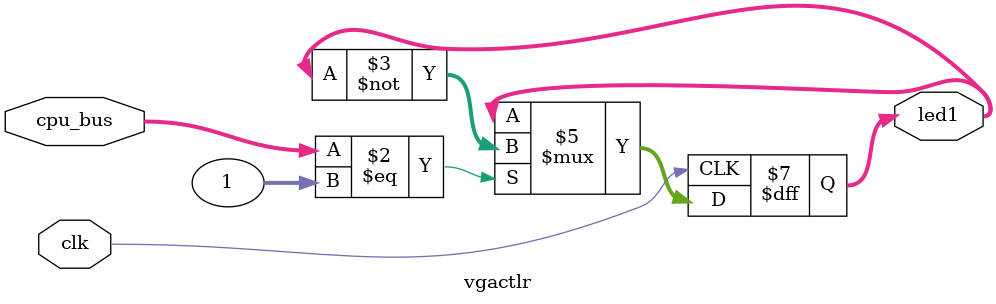
<source format=v>
module vgactlr(cpu_bus, led1, clk);

inout [31:0] cpu_bus;
output reg [2:0] led1;
input clk;

always @(posedge clk) begin
  if (cpu_bus == 32'b1) begin
    led1 = ~ led1;
  end
end
endmodule

</source>
